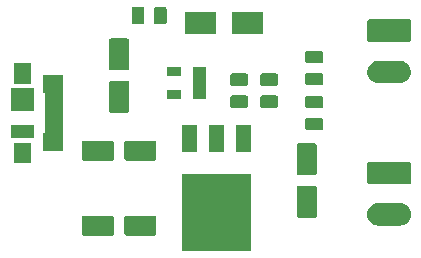
<source format=gbr>
G04 #@! TF.GenerationSoftware,KiCad,Pcbnew,(5.1.5)-3*
G04 #@! TF.CreationDate,2022-12-25T19:48:09-05:00*
G04 #@! TF.ProjectId,_autosave-Fuente_Alimentaci_n,5f617574-6f73-4617-9665-2d4675656e74,rev?*
G04 #@! TF.SameCoordinates,Original*
G04 #@! TF.FileFunction,Soldermask,Top*
G04 #@! TF.FilePolarity,Negative*
%FSLAX46Y46*%
G04 Gerber Fmt 4.6, Leading zero omitted, Abs format (unit mm)*
G04 Created by KiCad (PCBNEW (5.1.5)-3) date 2022-12-25 19:48:09*
%MOMM*%
%LPD*%
G04 APERTURE LIST*
%ADD10C,0.100000*%
G04 APERTURE END LIST*
D10*
G36*
X88676000Y-110126000D02*
G01*
X82774000Y-110126000D01*
X82774000Y-103624000D01*
X88676000Y-103624000D01*
X88676000Y-110126000D01*
G37*
G36*
X80475997Y-107103051D02*
G01*
X80509652Y-107113261D01*
X80540665Y-107129838D01*
X80567851Y-107152149D01*
X80590162Y-107179335D01*
X80606739Y-107210348D01*
X80616949Y-107244003D01*
X80621000Y-107285138D01*
X80621000Y-108614862D01*
X80616949Y-108655997D01*
X80606739Y-108689652D01*
X80590162Y-108720665D01*
X80567851Y-108747851D01*
X80540665Y-108770162D01*
X80509652Y-108786739D01*
X80475997Y-108796949D01*
X80434862Y-108801000D01*
X78105138Y-108801000D01*
X78064003Y-108796949D01*
X78030348Y-108786739D01*
X77999335Y-108770162D01*
X77972149Y-108747851D01*
X77949838Y-108720665D01*
X77933261Y-108689652D01*
X77923051Y-108655997D01*
X77919000Y-108614862D01*
X77919000Y-107285138D01*
X77923051Y-107244003D01*
X77933261Y-107210348D01*
X77949838Y-107179335D01*
X77972149Y-107152149D01*
X77999335Y-107129838D01*
X78030348Y-107113261D01*
X78064003Y-107103051D01*
X78105138Y-107099000D01*
X80434862Y-107099000D01*
X80475997Y-107103051D01*
G37*
G36*
X76875997Y-107103051D02*
G01*
X76909652Y-107113261D01*
X76940665Y-107129838D01*
X76967851Y-107152149D01*
X76990162Y-107179335D01*
X77006739Y-107210348D01*
X77016949Y-107244003D01*
X77021000Y-107285138D01*
X77021000Y-108614862D01*
X77016949Y-108655997D01*
X77006739Y-108689652D01*
X76990162Y-108720665D01*
X76967851Y-108747851D01*
X76940665Y-108770162D01*
X76909652Y-108786739D01*
X76875997Y-108796949D01*
X76834862Y-108801000D01*
X74505138Y-108801000D01*
X74464003Y-108796949D01*
X74430348Y-108786739D01*
X74399335Y-108770162D01*
X74372149Y-108747851D01*
X74349838Y-108720665D01*
X74333261Y-108689652D01*
X74323051Y-108655997D01*
X74319000Y-108614862D01*
X74319000Y-107285138D01*
X74323051Y-107244003D01*
X74333261Y-107210348D01*
X74349838Y-107179335D01*
X74372149Y-107152149D01*
X74399335Y-107129838D01*
X74430348Y-107113261D01*
X74464003Y-107103051D01*
X74505138Y-107099000D01*
X76834862Y-107099000D01*
X76875997Y-107103051D01*
G37*
G36*
X101416425Y-106067760D02*
G01*
X101416428Y-106067761D01*
X101416429Y-106067761D01*
X101595693Y-106122140D01*
X101595696Y-106122142D01*
X101595697Y-106122142D01*
X101760903Y-106210446D01*
X101905712Y-106329288D01*
X102024554Y-106474097D01*
X102112858Y-106639303D01*
X102112860Y-106639307D01*
X102167239Y-106818571D01*
X102167240Y-106818575D01*
X102185601Y-107005000D01*
X102167240Y-107191425D01*
X102167239Y-107191428D01*
X102167239Y-107191429D01*
X102112860Y-107370693D01*
X102112858Y-107370696D01*
X102112858Y-107370697D01*
X102024554Y-107535903D01*
X101905712Y-107680712D01*
X101760903Y-107799554D01*
X101595697Y-107887858D01*
X101595693Y-107887860D01*
X101416429Y-107942239D01*
X101416428Y-107942239D01*
X101416425Y-107942240D01*
X101276718Y-107956000D01*
X99383282Y-107956000D01*
X99243575Y-107942240D01*
X99243572Y-107942239D01*
X99243571Y-107942239D01*
X99064307Y-107887860D01*
X99064303Y-107887858D01*
X98899097Y-107799554D01*
X98754288Y-107680712D01*
X98635446Y-107535903D01*
X98547142Y-107370697D01*
X98547142Y-107370696D01*
X98547140Y-107370693D01*
X98492761Y-107191429D01*
X98492761Y-107191428D01*
X98492760Y-107191425D01*
X98474399Y-107005000D01*
X98492760Y-106818575D01*
X98492761Y-106818571D01*
X98547140Y-106639307D01*
X98547142Y-106639303D01*
X98635446Y-106474097D01*
X98754288Y-106329288D01*
X98899097Y-106210446D01*
X99064303Y-106122142D01*
X99064304Y-106122142D01*
X99064307Y-106122140D01*
X99243571Y-106067761D01*
X99243572Y-106067761D01*
X99243575Y-106067760D01*
X99383282Y-106054000D01*
X101276718Y-106054000D01*
X101416425Y-106067760D01*
G37*
G36*
X94050997Y-104593051D02*
G01*
X94084652Y-104603261D01*
X94115665Y-104619838D01*
X94142851Y-104642149D01*
X94165162Y-104669335D01*
X94181739Y-104700348D01*
X94191949Y-104734003D01*
X94196000Y-104775138D01*
X94196000Y-107104862D01*
X94191949Y-107145997D01*
X94181739Y-107179652D01*
X94165162Y-107210665D01*
X94142851Y-107237851D01*
X94115665Y-107260162D01*
X94084652Y-107276739D01*
X94050997Y-107286949D01*
X94009862Y-107291000D01*
X92680138Y-107291000D01*
X92639003Y-107286949D01*
X92605348Y-107276739D01*
X92574335Y-107260162D01*
X92547149Y-107237851D01*
X92524838Y-107210665D01*
X92508261Y-107179652D01*
X92498051Y-107145997D01*
X92494000Y-107104862D01*
X92494000Y-104775138D01*
X92498051Y-104734003D01*
X92508261Y-104700348D01*
X92524838Y-104669335D01*
X92547149Y-104642149D01*
X92574335Y-104619838D01*
X92605348Y-104603261D01*
X92639003Y-104593051D01*
X92680138Y-104589000D01*
X94009862Y-104589000D01*
X94050997Y-104593051D01*
G37*
G36*
X102040915Y-102557934D02*
G01*
X102073424Y-102567795D01*
X102103382Y-102583809D01*
X102129641Y-102605359D01*
X102151191Y-102631618D01*
X102167205Y-102661576D01*
X102177066Y-102694085D01*
X102181000Y-102734029D01*
X102181000Y-104275971D01*
X102177066Y-104315915D01*
X102167205Y-104348424D01*
X102151191Y-104378382D01*
X102129641Y-104404641D01*
X102103382Y-104426191D01*
X102073424Y-104442205D01*
X102040915Y-104452066D01*
X102000971Y-104456000D01*
X98659029Y-104456000D01*
X98619085Y-104452066D01*
X98586576Y-104442205D01*
X98556618Y-104426191D01*
X98530359Y-104404641D01*
X98508809Y-104378382D01*
X98492795Y-104348424D01*
X98482934Y-104315915D01*
X98479000Y-104275971D01*
X98479000Y-102734029D01*
X98482934Y-102694085D01*
X98492795Y-102661576D01*
X98508809Y-102631618D01*
X98530359Y-102605359D01*
X98556618Y-102583809D01*
X98586576Y-102567795D01*
X98619085Y-102557934D01*
X98659029Y-102554000D01*
X102000971Y-102554000D01*
X102040915Y-102557934D01*
G37*
G36*
X94050997Y-100993051D02*
G01*
X94084652Y-101003261D01*
X94115665Y-101019838D01*
X94142851Y-101042149D01*
X94165162Y-101069335D01*
X94181739Y-101100348D01*
X94191949Y-101134003D01*
X94196000Y-101175138D01*
X94196000Y-103504862D01*
X94191949Y-103545997D01*
X94181739Y-103579652D01*
X94165162Y-103610665D01*
X94142851Y-103637851D01*
X94115665Y-103660162D01*
X94084652Y-103676739D01*
X94050997Y-103686949D01*
X94009862Y-103691000D01*
X92680138Y-103691000D01*
X92639003Y-103686949D01*
X92605348Y-103676739D01*
X92574335Y-103660162D01*
X92547149Y-103637851D01*
X92524838Y-103610665D01*
X92508261Y-103579652D01*
X92498051Y-103545997D01*
X92494000Y-103504862D01*
X92494000Y-101175138D01*
X92498051Y-101134003D01*
X92508261Y-101100348D01*
X92524838Y-101069335D01*
X92547149Y-101042149D01*
X92574335Y-101019838D01*
X92605348Y-101003261D01*
X92639003Y-100993051D01*
X92680138Y-100989000D01*
X94009862Y-100989000D01*
X94050997Y-100993051D01*
G37*
G36*
X69986000Y-102676000D02*
G01*
X68584000Y-102676000D01*
X68584000Y-100924000D01*
X69986000Y-100924000D01*
X69986000Y-102676000D01*
G37*
G36*
X80475997Y-100753051D02*
G01*
X80509652Y-100763261D01*
X80540665Y-100779838D01*
X80567851Y-100802149D01*
X80590162Y-100829335D01*
X80606739Y-100860348D01*
X80616949Y-100894003D01*
X80621000Y-100935138D01*
X80621000Y-102264862D01*
X80616949Y-102305997D01*
X80606739Y-102339652D01*
X80590162Y-102370665D01*
X80567851Y-102397851D01*
X80540665Y-102420162D01*
X80509652Y-102436739D01*
X80475997Y-102446949D01*
X80434862Y-102451000D01*
X78105138Y-102451000D01*
X78064003Y-102446949D01*
X78030348Y-102436739D01*
X77999335Y-102420162D01*
X77972149Y-102397851D01*
X77949838Y-102370665D01*
X77933261Y-102339652D01*
X77923051Y-102305997D01*
X77919000Y-102264862D01*
X77919000Y-100935138D01*
X77923051Y-100894003D01*
X77933261Y-100860348D01*
X77949838Y-100829335D01*
X77972149Y-100802149D01*
X77999335Y-100779838D01*
X78030348Y-100763261D01*
X78064003Y-100753051D01*
X78105138Y-100749000D01*
X80434862Y-100749000D01*
X80475997Y-100753051D01*
G37*
G36*
X76875997Y-100753051D02*
G01*
X76909652Y-100763261D01*
X76940665Y-100779838D01*
X76967851Y-100802149D01*
X76990162Y-100829335D01*
X77006739Y-100860348D01*
X77016949Y-100894003D01*
X77021000Y-100935138D01*
X77021000Y-102264862D01*
X77016949Y-102305997D01*
X77006739Y-102339652D01*
X76990162Y-102370665D01*
X76967851Y-102397851D01*
X76940665Y-102420162D01*
X76909652Y-102436739D01*
X76875997Y-102446949D01*
X76834862Y-102451000D01*
X74505138Y-102451000D01*
X74464003Y-102446949D01*
X74430348Y-102436739D01*
X74399335Y-102420162D01*
X74372149Y-102397851D01*
X74349838Y-102370665D01*
X74333261Y-102339652D01*
X74323051Y-102305997D01*
X74319000Y-102264862D01*
X74319000Y-100935138D01*
X74323051Y-100894003D01*
X74333261Y-100860348D01*
X74349838Y-100829335D01*
X74372149Y-100802149D01*
X74399335Y-100779838D01*
X74430348Y-100763261D01*
X74464003Y-100753051D01*
X74505138Y-100749000D01*
X76834862Y-100749000D01*
X76875997Y-100753051D01*
G37*
G36*
X84096000Y-101726000D02*
G01*
X82794000Y-101726000D01*
X82794000Y-99424000D01*
X84096000Y-99424000D01*
X84096000Y-101726000D01*
G37*
G36*
X88656000Y-101726000D02*
G01*
X87354000Y-101726000D01*
X87354000Y-99424000D01*
X88656000Y-99424000D01*
X88656000Y-101726000D01*
G37*
G36*
X86376000Y-101726000D02*
G01*
X85074000Y-101726000D01*
X85074000Y-99424000D01*
X86376000Y-99424000D01*
X86376000Y-101726000D01*
G37*
G36*
X72686000Y-101676000D02*
G01*
X71034000Y-101676000D01*
X71034000Y-100149000D01*
X71079001Y-100149000D01*
X71103387Y-100146598D01*
X71126836Y-100139485D01*
X71148447Y-100127934D01*
X71167389Y-100112389D01*
X71182934Y-100093447D01*
X71194485Y-100071836D01*
X71201598Y-100048387D01*
X71204000Y-100024001D01*
X71204000Y-96825999D01*
X71201598Y-96801613D01*
X71194485Y-96778164D01*
X71182934Y-96756553D01*
X71167389Y-96737611D01*
X71148447Y-96722066D01*
X71126836Y-96710515D01*
X71103387Y-96703402D01*
X71079001Y-96701000D01*
X71034000Y-96701000D01*
X71034000Y-95174000D01*
X72686000Y-95174000D01*
X72686000Y-101676000D01*
G37*
G36*
X70286000Y-100526000D02*
G01*
X68284000Y-100526000D01*
X68284000Y-99424000D01*
X70286000Y-99424000D01*
X70286000Y-100526000D01*
G37*
G36*
X94564468Y-98828565D02*
G01*
X94603138Y-98840296D01*
X94638777Y-98859346D01*
X94670017Y-98884983D01*
X94695654Y-98916223D01*
X94714704Y-98951862D01*
X94726435Y-98990532D01*
X94731000Y-99036888D01*
X94731000Y-99688112D01*
X94726435Y-99734468D01*
X94714704Y-99773138D01*
X94695654Y-99808777D01*
X94670017Y-99840017D01*
X94638777Y-99865654D01*
X94603138Y-99884704D01*
X94564468Y-99896435D01*
X94518112Y-99901000D01*
X93441888Y-99901000D01*
X93395532Y-99896435D01*
X93356862Y-99884704D01*
X93321223Y-99865654D01*
X93289983Y-99840017D01*
X93264346Y-99808777D01*
X93245296Y-99773138D01*
X93233565Y-99734468D01*
X93229000Y-99688112D01*
X93229000Y-99036888D01*
X93233565Y-98990532D01*
X93245296Y-98951862D01*
X93264346Y-98916223D01*
X93289983Y-98884983D01*
X93321223Y-98859346D01*
X93356862Y-98840296D01*
X93395532Y-98828565D01*
X93441888Y-98824000D01*
X94518112Y-98824000D01*
X94564468Y-98828565D01*
G37*
G36*
X78175997Y-95703051D02*
G01*
X78209652Y-95713261D01*
X78240665Y-95729838D01*
X78267851Y-95752149D01*
X78290162Y-95779335D01*
X78306739Y-95810348D01*
X78316949Y-95844003D01*
X78321000Y-95885138D01*
X78321000Y-98214862D01*
X78316949Y-98255997D01*
X78306739Y-98289652D01*
X78290162Y-98320665D01*
X78267851Y-98347851D01*
X78240665Y-98370162D01*
X78209652Y-98386739D01*
X78175997Y-98396949D01*
X78134862Y-98401000D01*
X76805138Y-98401000D01*
X76764003Y-98396949D01*
X76730348Y-98386739D01*
X76699335Y-98370162D01*
X76672149Y-98347851D01*
X76649838Y-98320665D01*
X76633261Y-98289652D01*
X76623051Y-98255997D01*
X76619000Y-98214862D01*
X76619000Y-95885138D01*
X76623051Y-95844003D01*
X76633261Y-95810348D01*
X76649838Y-95779335D01*
X76672149Y-95752149D01*
X76699335Y-95729838D01*
X76730348Y-95713261D01*
X76764003Y-95703051D01*
X76805138Y-95699000D01*
X78134862Y-95699000D01*
X78175997Y-95703051D01*
G37*
G36*
X70286000Y-98226000D02*
G01*
X68284000Y-98226000D01*
X68284000Y-96324000D01*
X70286000Y-96324000D01*
X70286000Y-98226000D01*
G37*
G36*
X94564468Y-96953565D02*
G01*
X94603138Y-96965296D01*
X94638777Y-96984346D01*
X94670017Y-97009983D01*
X94695654Y-97041223D01*
X94714704Y-97076862D01*
X94726435Y-97115532D01*
X94731000Y-97161888D01*
X94731000Y-97813112D01*
X94726435Y-97859468D01*
X94714704Y-97898138D01*
X94695654Y-97933777D01*
X94670017Y-97965017D01*
X94638777Y-97990654D01*
X94603138Y-98009704D01*
X94564468Y-98021435D01*
X94518112Y-98026000D01*
X93441888Y-98026000D01*
X93395532Y-98021435D01*
X93356862Y-98009704D01*
X93321223Y-97990654D01*
X93289983Y-97965017D01*
X93264346Y-97933777D01*
X93245296Y-97898138D01*
X93233565Y-97859468D01*
X93229000Y-97813112D01*
X93229000Y-97161888D01*
X93233565Y-97115532D01*
X93245296Y-97076862D01*
X93264346Y-97041223D01*
X93289983Y-97009983D01*
X93321223Y-96984346D01*
X93356862Y-96965296D01*
X93395532Y-96953565D01*
X93441888Y-96949000D01*
X94518112Y-96949000D01*
X94564468Y-96953565D01*
G37*
G36*
X88214468Y-96923565D02*
G01*
X88253138Y-96935296D01*
X88288777Y-96954346D01*
X88320017Y-96979983D01*
X88345654Y-97011223D01*
X88364704Y-97046862D01*
X88376435Y-97085532D01*
X88381000Y-97131888D01*
X88381000Y-97783112D01*
X88376435Y-97829468D01*
X88364704Y-97868138D01*
X88345654Y-97903777D01*
X88320017Y-97935017D01*
X88288777Y-97960654D01*
X88253138Y-97979704D01*
X88214468Y-97991435D01*
X88168112Y-97996000D01*
X87091888Y-97996000D01*
X87045532Y-97991435D01*
X87006862Y-97979704D01*
X86971223Y-97960654D01*
X86939983Y-97935017D01*
X86914346Y-97903777D01*
X86895296Y-97868138D01*
X86883565Y-97829468D01*
X86879000Y-97783112D01*
X86879000Y-97131888D01*
X86883565Y-97085532D01*
X86895296Y-97046862D01*
X86914346Y-97011223D01*
X86939983Y-96979983D01*
X86971223Y-96954346D01*
X87006862Y-96935296D01*
X87045532Y-96923565D01*
X87091888Y-96919000D01*
X88168112Y-96919000D01*
X88214468Y-96923565D01*
G37*
G36*
X90754468Y-96923565D02*
G01*
X90793138Y-96935296D01*
X90828777Y-96954346D01*
X90860017Y-96979983D01*
X90885654Y-97011223D01*
X90904704Y-97046862D01*
X90916435Y-97085532D01*
X90921000Y-97131888D01*
X90921000Y-97783112D01*
X90916435Y-97829468D01*
X90904704Y-97868138D01*
X90885654Y-97903777D01*
X90860017Y-97935017D01*
X90828777Y-97960654D01*
X90793138Y-97979704D01*
X90754468Y-97991435D01*
X90708112Y-97996000D01*
X89631888Y-97996000D01*
X89585532Y-97991435D01*
X89546862Y-97979704D01*
X89511223Y-97960654D01*
X89479983Y-97935017D01*
X89454346Y-97903777D01*
X89435296Y-97868138D01*
X89423565Y-97829468D01*
X89419000Y-97783112D01*
X89419000Y-97131888D01*
X89423565Y-97085532D01*
X89435296Y-97046862D01*
X89454346Y-97011223D01*
X89479983Y-96979983D01*
X89511223Y-96954346D01*
X89546862Y-96935296D01*
X89585532Y-96923565D01*
X89631888Y-96919000D01*
X90708112Y-96919000D01*
X90754468Y-96923565D01*
G37*
G36*
X82666000Y-97211000D02*
G01*
X81504000Y-97211000D01*
X81504000Y-96459000D01*
X82666000Y-96459000D01*
X82666000Y-97211000D01*
G37*
G36*
X84866000Y-97211000D02*
G01*
X83704000Y-97211000D01*
X83704000Y-94559000D01*
X84866000Y-94559000D01*
X84866000Y-97211000D01*
G37*
G36*
X88214468Y-95048565D02*
G01*
X88253138Y-95060296D01*
X88288777Y-95079346D01*
X88320017Y-95104983D01*
X88345654Y-95136223D01*
X88364704Y-95171862D01*
X88376435Y-95210532D01*
X88381000Y-95256888D01*
X88381000Y-95908112D01*
X88376435Y-95954468D01*
X88364704Y-95993138D01*
X88345654Y-96028777D01*
X88320017Y-96060017D01*
X88288777Y-96085654D01*
X88253138Y-96104704D01*
X88214468Y-96116435D01*
X88168112Y-96121000D01*
X87091888Y-96121000D01*
X87045532Y-96116435D01*
X87006862Y-96104704D01*
X86971223Y-96085654D01*
X86939983Y-96060017D01*
X86914346Y-96028777D01*
X86895296Y-95993138D01*
X86883565Y-95954468D01*
X86879000Y-95908112D01*
X86879000Y-95256888D01*
X86883565Y-95210532D01*
X86895296Y-95171862D01*
X86914346Y-95136223D01*
X86939983Y-95104983D01*
X86971223Y-95079346D01*
X87006862Y-95060296D01*
X87045532Y-95048565D01*
X87091888Y-95044000D01*
X88168112Y-95044000D01*
X88214468Y-95048565D01*
G37*
G36*
X90754468Y-95048565D02*
G01*
X90793138Y-95060296D01*
X90828777Y-95079346D01*
X90860017Y-95104983D01*
X90885654Y-95136223D01*
X90904704Y-95171862D01*
X90916435Y-95210532D01*
X90921000Y-95256888D01*
X90921000Y-95908112D01*
X90916435Y-95954468D01*
X90904704Y-95993138D01*
X90885654Y-96028777D01*
X90860017Y-96060017D01*
X90828777Y-96085654D01*
X90793138Y-96104704D01*
X90754468Y-96116435D01*
X90708112Y-96121000D01*
X89631888Y-96121000D01*
X89585532Y-96116435D01*
X89546862Y-96104704D01*
X89511223Y-96085654D01*
X89479983Y-96060017D01*
X89454346Y-96028777D01*
X89435296Y-95993138D01*
X89423565Y-95954468D01*
X89419000Y-95908112D01*
X89419000Y-95256888D01*
X89423565Y-95210532D01*
X89435296Y-95171862D01*
X89454346Y-95136223D01*
X89479983Y-95104983D01*
X89511223Y-95079346D01*
X89546862Y-95060296D01*
X89585532Y-95048565D01*
X89631888Y-95044000D01*
X90708112Y-95044000D01*
X90754468Y-95048565D01*
G37*
G36*
X94564468Y-95018565D02*
G01*
X94603138Y-95030296D01*
X94638777Y-95049346D01*
X94670017Y-95074983D01*
X94695654Y-95106223D01*
X94714704Y-95141862D01*
X94726435Y-95180532D01*
X94731000Y-95226888D01*
X94731000Y-95878112D01*
X94726435Y-95924468D01*
X94714704Y-95963138D01*
X94695654Y-95998777D01*
X94670017Y-96030017D01*
X94638777Y-96055654D01*
X94603138Y-96074704D01*
X94564468Y-96086435D01*
X94518112Y-96091000D01*
X93441888Y-96091000D01*
X93395532Y-96086435D01*
X93356862Y-96074704D01*
X93321223Y-96055654D01*
X93289983Y-96030017D01*
X93264346Y-95998777D01*
X93245296Y-95963138D01*
X93233565Y-95924468D01*
X93229000Y-95878112D01*
X93229000Y-95226888D01*
X93233565Y-95180532D01*
X93245296Y-95141862D01*
X93264346Y-95106223D01*
X93289983Y-95074983D01*
X93321223Y-95049346D01*
X93356862Y-95030296D01*
X93395532Y-95018565D01*
X93441888Y-95014000D01*
X94518112Y-95014000D01*
X94564468Y-95018565D01*
G37*
G36*
X69986000Y-95926000D02*
G01*
X68584000Y-95926000D01*
X68584000Y-94174000D01*
X69986000Y-94174000D01*
X69986000Y-95926000D01*
G37*
G36*
X101416425Y-94002760D02*
G01*
X101416428Y-94002761D01*
X101416429Y-94002761D01*
X101595693Y-94057140D01*
X101595696Y-94057142D01*
X101595697Y-94057142D01*
X101760903Y-94145446D01*
X101905712Y-94264288D01*
X102024554Y-94409097D01*
X102091884Y-94535063D01*
X102112860Y-94574307D01*
X102137640Y-94655997D01*
X102167240Y-94753575D01*
X102185601Y-94940000D01*
X102167240Y-95126425D01*
X102167239Y-95126428D01*
X102167239Y-95126429D01*
X102112860Y-95305693D01*
X102112858Y-95305696D01*
X102112858Y-95305697D01*
X102024554Y-95470903D01*
X101905712Y-95615712D01*
X101760903Y-95734554D01*
X101606301Y-95817190D01*
X101595693Y-95822860D01*
X101416429Y-95877239D01*
X101416428Y-95877239D01*
X101416425Y-95877240D01*
X101276718Y-95891000D01*
X99383282Y-95891000D01*
X99243575Y-95877240D01*
X99243572Y-95877239D01*
X99243571Y-95877239D01*
X99064307Y-95822860D01*
X99053699Y-95817190D01*
X98899097Y-95734554D01*
X98754288Y-95615712D01*
X98635446Y-95470903D01*
X98547142Y-95305697D01*
X98547142Y-95305696D01*
X98547140Y-95305693D01*
X98492761Y-95126429D01*
X98492761Y-95126428D01*
X98492760Y-95126425D01*
X98474399Y-94940000D01*
X98492760Y-94753575D01*
X98522360Y-94655997D01*
X98547140Y-94574307D01*
X98568116Y-94535063D01*
X98635446Y-94409097D01*
X98754288Y-94264288D01*
X98899097Y-94145446D01*
X99064303Y-94057142D01*
X99064304Y-94057142D01*
X99064307Y-94057140D01*
X99243571Y-94002761D01*
X99243572Y-94002761D01*
X99243575Y-94002760D01*
X99383282Y-93989000D01*
X101276718Y-93989000D01*
X101416425Y-94002760D01*
G37*
G36*
X82666000Y-95311000D02*
G01*
X81504000Y-95311000D01*
X81504000Y-94559000D01*
X82666000Y-94559000D01*
X82666000Y-95311000D01*
G37*
G36*
X78175997Y-92103051D02*
G01*
X78209652Y-92113261D01*
X78240665Y-92129838D01*
X78267851Y-92152149D01*
X78290162Y-92179335D01*
X78306739Y-92210348D01*
X78316949Y-92244003D01*
X78321000Y-92285138D01*
X78321000Y-94614862D01*
X78316949Y-94655997D01*
X78306739Y-94689652D01*
X78290162Y-94720665D01*
X78267851Y-94747851D01*
X78240665Y-94770162D01*
X78209652Y-94786739D01*
X78175997Y-94796949D01*
X78134862Y-94801000D01*
X76805138Y-94801000D01*
X76764003Y-94796949D01*
X76730348Y-94786739D01*
X76699335Y-94770162D01*
X76672149Y-94747851D01*
X76649838Y-94720665D01*
X76633261Y-94689652D01*
X76623051Y-94655997D01*
X76619000Y-94614862D01*
X76619000Y-92285138D01*
X76623051Y-92244003D01*
X76633261Y-92210348D01*
X76649838Y-92179335D01*
X76672149Y-92152149D01*
X76699335Y-92129838D01*
X76730348Y-92113261D01*
X76764003Y-92103051D01*
X76805138Y-92099000D01*
X78134862Y-92099000D01*
X78175997Y-92103051D01*
G37*
G36*
X94564468Y-93143565D02*
G01*
X94603138Y-93155296D01*
X94638777Y-93174346D01*
X94670017Y-93199983D01*
X94695654Y-93231223D01*
X94714704Y-93266862D01*
X94726435Y-93305532D01*
X94731000Y-93351888D01*
X94731000Y-94003112D01*
X94726435Y-94049468D01*
X94714704Y-94088138D01*
X94695654Y-94123777D01*
X94670017Y-94155017D01*
X94638777Y-94180654D01*
X94603138Y-94199704D01*
X94564468Y-94211435D01*
X94518112Y-94216000D01*
X93441888Y-94216000D01*
X93395532Y-94211435D01*
X93356862Y-94199704D01*
X93321223Y-94180654D01*
X93289983Y-94155017D01*
X93264346Y-94123777D01*
X93245296Y-94088138D01*
X93233565Y-94049468D01*
X93229000Y-94003112D01*
X93229000Y-93351888D01*
X93233565Y-93305532D01*
X93245296Y-93266862D01*
X93264346Y-93231223D01*
X93289983Y-93199983D01*
X93321223Y-93174346D01*
X93356862Y-93155296D01*
X93395532Y-93143565D01*
X93441888Y-93139000D01*
X94518112Y-93139000D01*
X94564468Y-93143565D01*
G37*
G36*
X102040915Y-90492934D02*
G01*
X102073424Y-90502795D01*
X102103382Y-90518809D01*
X102129641Y-90540359D01*
X102151191Y-90566618D01*
X102167205Y-90596576D01*
X102177066Y-90629085D01*
X102181000Y-90669029D01*
X102181000Y-92210971D01*
X102177066Y-92250915D01*
X102167205Y-92283424D01*
X102151191Y-92313382D01*
X102129641Y-92339641D01*
X102103382Y-92361191D01*
X102073424Y-92377205D01*
X102040915Y-92387066D01*
X102000971Y-92391000D01*
X98659029Y-92391000D01*
X98619085Y-92387066D01*
X98586576Y-92377205D01*
X98556618Y-92361191D01*
X98530359Y-92339641D01*
X98508809Y-92313382D01*
X98492795Y-92283424D01*
X98482934Y-92250915D01*
X98479000Y-92210971D01*
X98479000Y-90669029D01*
X98482934Y-90629085D01*
X98492795Y-90596576D01*
X98508809Y-90566618D01*
X98530359Y-90540359D01*
X98556618Y-90518809D01*
X98586576Y-90502795D01*
X98619085Y-90492934D01*
X98659029Y-90489000D01*
X102000971Y-90489000D01*
X102040915Y-90492934D01*
G37*
G36*
X89661000Y-91756000D02*
G01*
X87059000Y-91756000D01*
X87059000Y-89854000D01*
X89661000Y-89854000D01*
X89661000Y-91756000D01*
G37*
G36*
X85661000Y-91756000D02*
G01*
X83059000Y-91756000D01*
X83059000Y-89854000D01*
X85661000Y-89854000D01*
X85661000Y-91756000D01*
G37*
G36*
X79444468Y-89423565D02*
G01*
X79483138Y-89435296D01*
X79518777Y-89454346D01*
X79550017Y-89479983D01*
X79575654Y-89511223D01*
X79594704Y-89546862D01*
X79606435Y-89585532D01*
X79611000Y-89631888D01*
X79611000Y-90708112D01*
X79606435Y-90754468D01*
X79594704Y-90793138D01*
X79575654Y-90828777D01*
X79550017Y-90860017D01*
X79518777Y-90885654D01*
X79483138Y-90904704D01*
X79444468Y-90916435D01*
X79398112Y-90921000D01*
X78746888Y-90921000D01*
X78700532Y-90916435D01*
X78661862Y-90904704D01*
X78626223Y-90885654D01*
X78594983Y-90860017D01*
X78569346Y-90828777D01*
X78550296Y-90793138D01*
X78538565Y-90754468D01*
X78534000Y-90708112D01*
X78534000Y-89631888D01*
X78538565Y-89585532D01*
X78550296Y-89546862D01*
X78569346Y-89511223D01*
X78594983Y-89479983D01*
X78626223Y-89454346D01*
X78661862Y-89435296D01*
X78700532Y-89423565D01*
X78746888Y-89419000D01*
X79398112Y-89419000D01*
X79444468Y-89423565D01*
G37*
G36*
X81319468Y-89423565D02*
G01*
X81358138Y-89435296D01*
X81393777Y-89454346D01*
X81425017Y-89479983D01*
X81450654Y-89511223D01*
X81469704Y-89546862D01*
X81481435Y-89585532D01*
X81486000Y-89631888D01*
X81486000Y-90708112D01*
X81481435Y-90754468D01*
X81469704Y-90793138D01*
X81450654Y-90828777D01*
X81425017Y-90860017D01*
X81393777Y-90885654D01*
X81358138Y-90904704D01*
X81319468Y-90916435D01*
X81273112Y-90921000D01*
X80621888Y-90921000D01*
X80575532Y-90916435D01*
X80536862Y-90904704D01*
X80501223Y-90885654D01*
X80469983Y-90860017D01*
X80444346Y-90828777D01*
X80425296Y-90793138D01*
X80413565Y-90754468D01*
X80409000Y-90708112D01*
X80409000Y-89631888D01*
X80413565Y-89585532D01*
X80425296Y-89546862D01*
X80444346Y-89511223D01*
X80469983Y-89479983D01*
X80501223Y-89454346D01*
X80536862Y-89435296D01*
X80575532Y-89423565D01*
X80621888Y-89419000D01*
X81273112Y-89419000D01*
X81319468Y-89423565D01*
G37*
M02*

</source>
